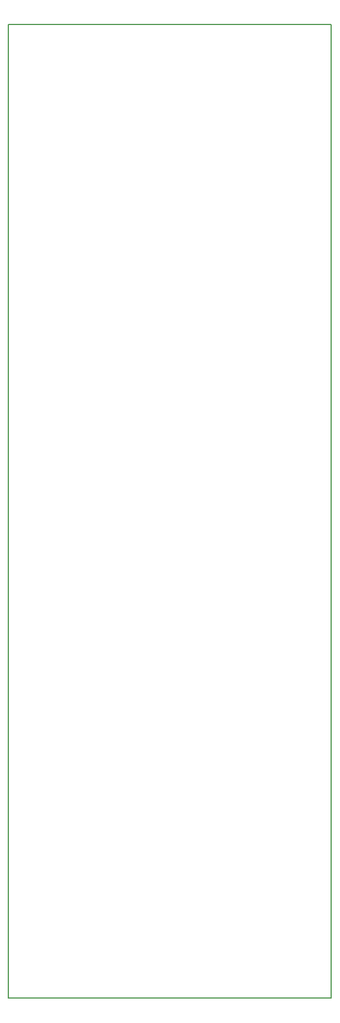
<source format=gm1>
G04 #@! TF.FileFunction,Profile,NP*
%FSLAX46Y46*%
G04 Gerber Fmt 4.6, Leading zero omitted, Abs format (unit mm)*
G04 Created by KiCad (PCBNEW 4.0.7-e2-6376~58~ubuntu14.04.1) date Thu Mar 22 17:03:27 2018*
%MOMM*%
%LPD*%
G01*
G04 APERTURE LIST*
%ADD10C,0.100000*%
%ADD11C,0.150000*%
G04 APERTURE END LIST*
D10*
D11*
X0Y-148336000D02*
X2286000Y-148336000D01*
X47752000Y-148336000D02*
X49276000Y-148336000D01*
X49276000Y0D02*
X49276000Y-1270000D01*
X46228000Y0D02*
X49276000Y0D01*
X0Y0D02*
X0Y-1270000D01*
X0Y-148336000D02*
X0Y-1270000D01*
X47752000Y-148336000D02*
X2032000Y-148336000D01*
X49276000Y-1270000D02*
X49276000Y-148336000D01*
X0Y0D02*
X46228000Y0D01*
M02*

</source>
